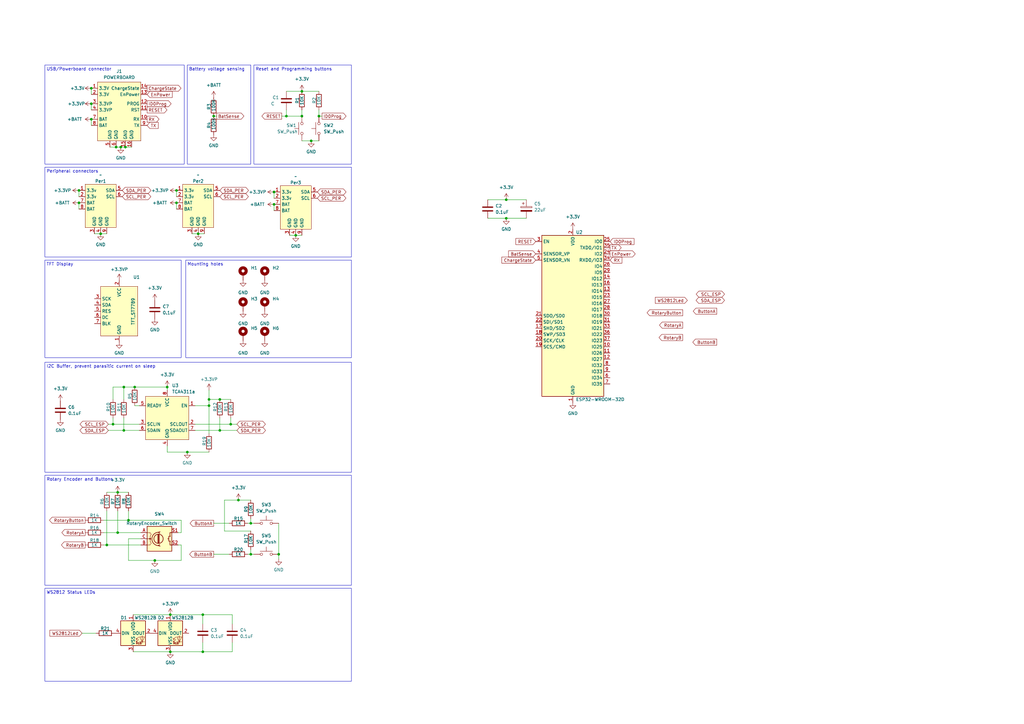
<source format=kicad_sch>
(kicad_sch (version 20230121) (generator eeschema)
  (paper "A3")
  (lib_symbols
    (symbol "Connectors:Peripheral"
      (property "Reference" "Per" (at 0 1.27 0))
      (symbol "Peripheral_1_1"
        (rectangle (start -6.35 0) (end 6.35 -17.78) (fill (type background)))
        (pin power_in line (at -8.89 -2.54 0) (length 2.54) (name "3.3v") (number "1"))
        (pin power_in line (at -8.89 -5.08 0) (length 2.54) (name "3.3v") (number "2"))
        (pin power_in line (at -2.54 -20.32 90) (length 2.54) (name "GND") (number "3"))
        (pin power_in line (at 0 -20.32 90) (length 2.54) (name "GND") (number "4"))
        (pin bidirectional line (at 8.89 -2.54 180) (length 2.54) (name "SDA") (number "5"))
        (pin bidirectional line (at 8.89 -5.08 180) (length 2.54) (name "SCL") (number "6"))
        (pin power_in line (at -8.89 -7.62 0) (length 2.54) (name "BAT") (number "7"))
        (pin power_in line (at -8.89 -10.16 0) (length 2.54) (name "BAT") (number "8"))
        (pin power_in line (at 2.54 -20.32 90) (length 2.54) (name "GND") (number "9"))
      )
    )
    (symbol "Connectors:PowerBoard"
      (property "Reference" "J" (at 0 17.78 0))
      (property "Value" "POWERBOARD" (at 0 3.81 90))
      (symbol "PowerBoard_1_1"
        (rectangle (start -8.89 16.51) (end 8.89 -7.62) (fill (type background)))
        (pin power_out line (at -11.43 13.97 0) (length 2.54) (name "3.3V") (number "1"))
        (pin input line (at 11.43 1.27 180) (length 2.54) (name "RX") (number "10"))
        (pin output line (at 11.43 5.08 180) (length 2.54) (name "RST") (number "11"))
        (pin output line (at 11.43 7.62 180) (length 2.54) (name "PROG") (number "12"))
        (pin input line (at 11.43 11.43 180) (length 2.54) (name "EnPower") (number "13"))
        (pin output line (at 11.43 13.97 180) (length 2.54) (name "ChargeState") (number "14"))
        (pin power_out line (at 2.54 -10.16 90) (length 2.54) (name "GND") (number "15"))
        (pin power_out line (at 5.08 -10.16 90) (length 2.54) (name "GND") (number "16"))
        (pin power_out line (at -11.43 11.43 0) (length 2.54) (name "3.3V") (number "2"))
        (pin power_out line (at -11.43 7.62 0) (length 2.54) (name "3.3VP") (number "3"))
        (pin power_out line (at -11.43 5.08 0) (length 2.54) (name "3.3VP") (number "4"))
        (pin power_out line (at -3.81 -10.16 90) (length 2.54) (name "GND") (number "5"))
        (pin power_out line (at -1.27 -10.16 90) (length 2.54) (name "GND") (number "6"))
        (pin power_out line (at -11.43 1.27 0) (length 2.54) (name "BAT") (number "7"))
        (pin power_out line (at -11.43 -1.27 0) (length 2.54) (name "BAT") (number "8"))
        (pin output line (at 11.43 -1.27 180) (length 2.54) (name "TX") (number "9"))
      )
    )
    (symbol "Device:C" (pin_numbers hide) (pin_names (offset 0.254))
      (property "Reference" "C" (at 0.635 2.54 0))
      (property "Value" "C" (at 0.635 -2.54 0))
      (symbol "C_0_1"
        (polyline (pts (xy -2.032 -0.762) (xy 2.032 -0.762)) (stroke (width 0.508)))
        (polyline (pts (xy -2.032 0.762) (xy 2.032 0.762)) (stroke (width 0.508)))
      )
      (symbol "C_1_1"
        (pin passive line (at 0 3.81 270) (length 2.794) (name "~") (number "1"))
        (pin passive line (at 0 -3.81 90) (length 2.794) (name "~") (number "2"))
      )
    )
    (symbol "Device:C_Polarized" (pin_numbers hide) (pin_names (offset 0.254))
      (property "Reference" "C" (at 0.635 2.54 0))
      (property "Value" "C_Polarized" (at 0.635 -2.54 0))
      (symbol "C_Polarized_0_1"
        (rectangle (start -2.286 0.508) (end 2.286 1.016))
        (polyline (pts (xy -1.778 2.286) (xy -0.762 2.286)))
        (polyline (pts (xy -1.27 2.794) (xy -1.27 1.778)))
        (rectangle (start 2.286 -0.508) (end -2.286 -1.016) (fill (type outline)))
      )
      (symbol "C_Polarized_1_1"
        (pin passive line (at 0 3.81 270) (length 2.794) (name "~") (number "1"))
        (pin passive line (at 0 -3.81 90) (length 2.794) (name "~") (number "2"))
      )
    )
    (symbol "Device:R" (pin_numbers hide) (pin_names (offset 0))
      (property "Reference" "R" (at 2.032 0 90))
      (property "Value" "R" (at 0 0 90))
      (symbol "R_0_1"
        (rectangle (start -1.016 -2.54) (end 1.016 2.54) (stroke (width 0.254)))
      )
      (symbol "R_1_1"
        (pin passive line (at 0 3.81 270) (length 1.27) (name "~") (number "1"))
        (pin passive line (at 0 -3.81 90) (length 1.27) (name "~") (number "2"))
      )
    )
    (symbol "Device:RotaryEncoder_Switch" (pin_names (offset 0.254) hide)
      (property "Reference" "SW" (at 0 6.604 0))
      (property "Value" "RotaryEncoder_Switch" (at 0 -6.604 0))
      (symbol "RotaryEncoder_Switch_0_1"
        (rectangle (start -5.08 5.08) (end 5.08 -5.08) (stroke (width 0.254)) (fill (type background)))
        (circle (center -3.81 0) (radius 0.254) (fill (type outline)))
        (circle (center -0.381 0) (radius 1.905) (stroke (width 0.254)))
        (arc (start -0.381 2.667) (mid -3.0988 -0.0635) (end -0.381 -2.794) (stroke (width 0.254)))
        (polyline (pts (xy -0.635 -1.778) (xy -0.635 1.778)) (stroke (width 0.254)))
        (polyline (pts (xy -0.381 -1.778) (xy -0.381 1.778)) (stroke (width 0.254)))
        (polyline (pts (xy -0.127 1.778) (xy -0.127 -1.778)) (stroke (width 0.254)))
        (polyline (pts (xy 3.81 0) (xy 3.429 0)) (stroke (width 0.254)))
        (polyline (pts (xy 3.81 1.016) (xy 3.81 -1.016)) (stroke (width 0.254)))
        (polyline (pts (xy -5.08 -2.54) (xy -3.81 -2.54) (xy -3.81 -2.032)))
        (polyline (pts (xy -5.08 2.54) (xy -3.81 2.54) (xy -3.81 2.032)))
        (polyline (pts (xy 0.254 -3.048) (xy -0.508 -2.794) (xy 0.127 -2.413)) (stroke (width 0.254)))
        (polyline (pts (xy 0.254 2.921) (xy -0.508 2.667) (xy 0.127 2.286)) (stroke (width 0.254)))
        (polyline (pts (xy 5.08 -2.54) (xy 4.318 -2.54) (xy 4.318 -1.016)) (stroke (width 0.254)))
        (polyline (pts (xy 5.08 2.54) (xy 4.318 2.54) (xy 4.318 1.016)) (stroke (width 0.254)))
        (polyline (pts (xy -5.08 0) (xy -3.81 0) (xy -3.81 -1.016) (xy -3.302 -2.032)))
        (polyline (pts (xy -4.318 0) (xy -3.81 0) (xy -3.81 1.016) (xy -3.302 2.032)))
        (circle (center 4.318 -1.016) (radius 0.127) (stroke (width 0.254)))
        (circle (center 4.318 1.016) (radius 0.127) (stroke (width 0.254)))
      )
      (symbol "RotaryEncoder_Switch_1_1"
        (pin passive line (at -7.62 2.54 0) (length 2.54) (name "A") (number "A"))
        (pin passive line (at -7.62 -2.54 0) (length 2.54) (name "B") (number "B"))
        (pin passive line (at -7.62 0 0) (length 2.54) (name "C") (number "C"))
        (pin passive line (at 7.62 2.54 180) (length 2.54) (name "S1") (number "S1"))
        (pin passive line (at 7.62 -2.54 180) (length 2.54) (name "S2") (number "S2"))
      )
    )
    (symbol "Displays:TFT_ST7789"
      (property "Reference" "U" (at 5.08 1.27 0))
      (property "Value" "TFT_ST7789" (at 6.35 -10.16 90))
      (symbol "TFT_ST7789_1_1"
        (rectangle (start -7.62 0) (end 7.62 -20.32) (fill (type background)))
        (pin power_in line (at 0 -22.86 90) (length 2.54) (name "GND") (number "1"))
        (pin power_in line (at 0 2.54 270) (length 2.54) (name "VCC") (number "2"))
        (pin input line (at -10.16 -5.08 0) (length 2.54) (name "SCK") (number "3"))
        (pin input line (at -10.16 -7.62 0) (length 2.54) (name "SDA") (number "4"))
        (pin input line (at -10.16 -10.16 0) (length 2.54) (name "RES") (number "5"))
        (pin input line (at -10.16 -12.7 0) (length 2.54) (name "DC") (number "6"))
        (pin input line (at -10.16 -15.24 0) (length 2.54) (name "BLK") (number "7"))
      )
    )
    (symbol "ICs:TCA4311a"
      (property "Reference" "U" (at 7.62 1.27 0))
      (property "Value" "TCA4311a" (at 5.08 -19.05 0))
      (symbol "TCA4311a_1_1"
        (rectangle (start -8.89 0) (end 8.89 -17.78) (fill (type background)))
        (pin input line (at 11.43 -3.81 180) (length 2.54) (name "EN") (number "1"))
        (pin output line (at 11.43 -11.43 180) (length 2.54) (name "SCLOUT") (number "2"))
        (pin input line (at -11.43 -11.43 0) (length 2.54) (name "SCLIN") (number "3"))
        (pin power_in line (at 0 -20.32 90) (length 2.54) (name "GND") (number "4"))
        (pin output line (at -11.43 -3.81 0) (length 2.54) (name "READY") (number "5"))
        (pin input line (at -11.43 -13.97 0) (length 2.54) (name "SDAIN") (number "6"))
        (pin output line (at 11.43 -13.97 180) (length 2.54) (name "SDAOUT") (number "7"))
        (pin power_in line (at 0 2.54 270) (length 2.54) (name "VCC") (number "8"))
      )
    )
    (symbol "LED:WS2812B" (pin_names (offset 0.254))
      (property "Reference" "D" (at 5.08 5.715 0))
      (property "Value" "WS2812B" (at 1.27 -5.715 0))
      (symbol "WS2812B_0_0"
        (text "RGB" (at 2.286 -4.191 0) (effects (font (size 0.762 0.762))))
      )
      (symbol "WS2812B_0_1"
        (polyline (pts (xy 1.27 -3.556) (xy 1.778 -3.556)))
        (polyline (pts (xy 1.27 -2.54) (xy 1.778 -2.54)))
        (polyline (pts (xy 4.699 -3.556) (xy 2.667 -3.556)))
        (polyline (pts (xy 2.286 -2.54) (xy 1.27 -3.556) (xy 1.27 -3.048)))
        (polyline (pts (xy 2.286 -1.524) (xy 1.27 -2.54) (xy 1.27 -2.032)))
        (polyline (pts (xy 3.683 -1.016) (xy 3.683 -3.556) (xy 3.683 -4.064)))
        (polyline (pts (xy 4.699 -1.524) (xy 2.667 -1.524) (xy 3.683 -3.556) (xy 4.699 -1.524)))
        (rectangle (start 5.08 5.08) (end -5.08 -5.08) (stroke (width 0.254)) (fill (type background)))
      )
      (symbol "WS2812B_1_1"
        (pin power_in line (at 0 7.62 270) (length 2.54) (name "VDD") (number "1"))
        (pin output line (at 7.62 0 180) (length 2.54) (name "DOUT") (number "2"))
        (pin power_in line (at 0 -7.62 90) (length 2.54) (name "VSS") (number "3"))
        (pin input line (at -7.62 0 0) (length 2.54) (name "DIN") (number "4"))
      )
    )
    (symbol "Mechanical:MountingHole_Pad" (pin_numbers hide) (pin_names (offset 1.016) hide)
      (property "Reference" "H" (at 0 6.35 0))
      (property "Value" "MountingHole_Pad" (at 0 4.445 0))
      (symbol "MountingHole_Pad_0_1"
        (circle (center 0 1.27) (radius 1.27) (stroke (width 1.27)))
      )
      (symbol "MountingHole_Pad_1_1"
        (pin input line (at 0 -2.54 90) (length 2.54) (name "1") (number "1"))
      )
    )
    (symbol "RF_Module:ESP32-WROOM-32D"
      (property "Reference" "U" (at -12.7 34.29 0))
      (property "Value" "ESP32-WROOM-32D" (at 1.27 34.29 0))
      (symbol "ESP32-WROOM-32D_0_1"
        (rectangle (start -12.7 33.02) (end 12.7 -33.02) (stroke (width 0.254)) (fill (type background)))
      )
      (symbol "ESP32-WROOM-32D_1_1"
        (pin power_in line (at 0 -35.56 90) (length 2.54) (name "GND") (number "1"))
        (pin bidirectional line (at 15.24 -12.7 180) (length 2.54) (name "IO25") (number "10"))
        (pin bidirectional line (at 15.24 -15.24 180) (length 2.54) (name "IO26") (number "11"))
        (pin bidirectional line (at 15.24 -17.78 180) (length 2.54) (name "IO27") (number "12"))
        (pin bidirectional line (at 15.24 10.16 180) (length 2.54) (name "IO14") (number "13"))
        (pin bidirectional line (at 15.24 15.24 180) (length 2.54) (name "IO12") (number "14"))
        (pin passive line (at 0 -35.56 90) (length 2.54) hide (name "GND") (number "15"))
        (pin bidirectional line (at 15.24 12.7 180) (length 2.54) (name "IO13") (number "16"))
        (pin bidirectional line (at -15.24 -5.08 0) (length 2.54) (name "SHD/SD2") (number "17"))
        (pin bidirectional line (at -15.24 -7.62 0) (length 2.54) (name "SWP/SD3") (number "18"))
        (pin bidirectional line (at -15.24 -12.7 0) (length 2.54) (name "SCS/CMD") (number "19"))
        (pin power_in line (at 0 35.56 270) (length 2.54) (name "VDD") (number "2"))
        (pin bidirectional line (at -15.24 -10.16 0) (length 2.54) (name "SCK/CLK") (number "20"))
        (pin bidirectional line (at -15.24 0 0) (length 2.54) (name "SDO/SD0") (number "21"))
        (pin bidirectional line (at -15.24 -2.54 0) (length 2.54) (name "SDI/SD1") (number "22"))
        (pin bidirectional line (at 15.24 7.62 180) (length 2.54) (name "IO15") (number "23"))
        (pin bidirectional line (at 15.24 25.4 180) (length 2.54) (name "IO2") (number "24"))
        (pin bidirectional line (at 15.24 30.48 180) (length 2.54) (name "IO0") (number "25"))
        (pin bidirectional line (at 15.24 20.32 180) (length 2.54) (name "IO4") (number "26"))
        (pin bidirectional line (at 15.24 5.08 180) (length 2.54) (name "IO16") (number "27"))
        (pin bidirectional line (at 15.24 2.54 180) (length 2.54) (name "IO17") (number "28"))
        (pin bidirectional line (at 15.24 17.78 180) (length 2.54) (name "IO5") (number "29"))
        (pin input line (at -15.24 30.48 0) (length 2.54) (name "EN") (number "3"))
        (pin bidirectional line (at 15.24 0 180) (length 2.54) (name "IO18") (number "30"))
        (pin bidirectional line (at 15.24 -2.54 180) (length 2.54) (name "IO19") (number "31"))
        (pin no_connect line (at -12.7 -27.94 0) (length 2.54) hide (name "NC") (number "32"))
        (pin bidirectional line (at 15.24 -5.08 180) (length 2.54) (name "IO21") (number "33"))
        (pin bidirectional line (at 15.24 22.86 180) (length 2.54) (name "RXD0/IO3") (number "34"))
        (pin bidirectional line (at 15.24 27.94 180) (length 2.54) (name "TXD0/IO1") (number "35"))
        (pin bidirectional line (at 15.24 -7.62 180) (length 2.54) (name "IO22") (number "36"))
        (pin bidirectional line (at 15.24 -10.16 180) (length 2.54) (name "IO23") (number "37"))
        (pin passive line (at 0 -35.56 90) (length 2.54) hide (name "GND") (number "38"))
        (pin passive line (at 0 -35.56 90) (length 2.54) hide (name "GND") (number "39"))
        (pin input line (at -15.24 25.4 0) (length 2.54) (name "SENSOR_VP") (number "4"))
        (pin input line (at -15.24 22.86 0) (length 2.54) (name "SENSOR_VN") (number "5"))
        (pin input line (at 15.24 -25.4 180) (length 2.54) (name "IO34") (number "6"))
        (pin input line (at 15.24 -27.94 180) (length 2.54) (name "IO35") (number "7"))
        (pin bidirectional line (at 15.24 -20.32 180) (length 2.54) (name "IO32") (number "8"))
        (pin bidirectional line (at 15.24 -22.86 180) (length 2.54) (name "IO33") (number "9"))
      )
    )
    (symbol "Switch:SW_Push" (pin_numbers hide) (pin_names (offset 1.016) hide)
      (property "Reference" "SW" (at 1.27 2.54 0))
      (property "Value" "SW_Push" (at 0 -1.524 0))
      (symbol "SW_Push_0_1"
        (circle (center -2.032 0) (radius 0.508))
        (polyline (pts (xy 0 1.27) (xy 0 3.048)))
        (polyline (pts (xy 2.54 1.27) (xy -2.54 1.27)))
        (circle (center 2.032 0) (radius 0.508))
        (pin passive line (at -5.08 0 0) (length 2.54) (name "1") (number "1"))
        (pin passive line (at 5.08 0 180) (length 2.54) (name "2") (number "2"))
      )
    )
    (symbol "power:+3.3V" (power) (pin_names (offset 0))
      (property "Value" "+3.3V" (at 0 3.556 0))
      (symbol "+3.3V_0_1"
        (polyline (pts (xy -0.762 1.27) (xy 0 2.54)))
        (polyline (pts (xy 0 0) (xy 0 2.54)))
        (polyline (pts (xy 0 2.54) (xy 0.762 1.27)))
      )
      (symbol "+3.3V_1_1"
        (pin power_in line (at 0 0 90) (length 0) hide (name "+3.3V") (number "1"))
      )
    )
    (symbol "power:+3.3VP" (power) (pin_names (offset 0))
      (property "Value" "+3.3VP" (at 0 2.54 0))
      (symbol "+3.3VP_0_0"
        (pin power_in line (at 0 0 90) (length 0) hide (name "+3.3VP") (number "1"))
      )
      (symbol "+3.3VP_0_1"
        (polyline (pts (xy -0.762 1.27) (xy 0 2.54)))
        (polyline (pts (xy 0 0) (xy 0 2.54)))
        (polyline (pts (xy 0 2.54) (xy 0.762 1.27)))
      )
    )
    (symbol "power:+BATT" (power) (pin_names (offset 0))
      (property "Value" "+BATT" (at 0 3.556 0))
      (symbol "+BATT_0_1"
        (polyline (pts (xy -0.762 1.27) (xy 0 2.54)))
        (polyline (pts (xy 0 0) (xy 0 2.54)))
        (polyline (pts (xy 0 2.54) (xy 0.762 1.27)))
      )
      (symbol "+BATT_1_1"
        (pin power_in line (at 0 0 90) (length 0) hide (name "+BATT") (number "1"))
      )
    )
    (symbol "power:GND" (power) (pin_names (offset 0))
      (property "Value" "GND" (at 0 -3.81 0))
      (symbol "GND_0_1"
        (polyline (pts (xy 0 0) (xy 0 -1.27) (xy 1.27 -1.27) (xy 0 -2.54) (xy -1.27 -1.27) (xy 0 -1.27)))
      )
      (symbol "GND_1_1"
        (pin power_in line (at 0 0 270) (length 0) hide (name "GND") (number "1"))
      )
    )
  )
  (junction (at 32.385 83.185))
  (junction (at 123.825 47.625))
  (junction (at 90.17 163.83))
  (junction (at 47.625 60.325))
  (junction (at 41.275 95.885))
  (junction (at 55.245 158.75))
  (junction (at 49.53 60.325))
  (junction (at 81.28 95.885))
  (junction (at 68.58 158.75))
  (junction (at 69.85 267.335))
  (junction (at 32.385 78.105))
  (junction (at 207.645 81.915))
  (junction (at 37.465 36.195))
  (junction (at 51.435 60.325))
  (junction (at 50.8 176.53))
  (junction (at 63.5 229.87))
  (junction (at 102.87 227.33))
  (junction (at 37.465 48.895))
  (junction (at 48.26 218.44))
  (junction (at 102.87 214.63))
  (junction (at 87.63 47.625))
  (junction (at 72.39 78.105))
  (junction (at 121.285 96.52))
  (junction (at 117.475 47.625))
  (junction (at 52.705 213.36))
  (junction (at 112.395 83.82))
  (junction (at 48.26 201.93))
  (junction (at 94.615 173.99))
  (junction (at 123.825 37.465))
  (junction (at 127.635 57.785))
  (junction (at 83.185 252.095))
  (junction (at 83.185 267.335))
  (junction (at 46.355 173.99))
  (junction (at 50.8 158.75))
  (junction (at 112.395 78.74))
  (junction (at 76.835 185.42))
  (junction (at 97.79 205.105))
  (junction (at 114.3 227.33))
  (junction (at 37.465 42.545))
  (junction (at 69.85 252.095))
  (junction (at 207.645 89.535))
  (junction (at 130.81 47.625))
  (junction (at 43.815 223.52))
  (junction (at 85.725 163.83))
  (junction (at 90.17 176.53))
  (junction (at 72.39 83.185))
  (junction (at 85.725 166.37))
  (wire (pts (xy 83.185 263.525) (xy 83.185 267.335)))
  (wire (pts (xy 97.79 205.105) (xy 102.87 205.105)))
  (wire (pts (xy 42.545 213.36) (xy 52.705 213.36)))
  (wire (pts (xy 85.725 185.42) (xy 76.835 185.42)))
  (wire (pts (xy 42.545 223.52) (xy 43.815 223.52)))
  (wire (pts (xy 90.17 163.83) (xy 94.615 163.83)))
  (wire (pts (xy 45.085 60.325) (xy 47.625 60.325)))
  (wire (pts (xy 37.465 36.195) (xy 37.465 38.735)))
  (wire (pts (xy 46.355 171.45) (xy 46.355 173.99)))
  (wire (pts (xy 38.735 95.885) (xy 41.275 95.885)))
  (wire (pts (xy 132.08 47.625) (xy 130.81 47.625)))
  (wire (pts (xy 87.63 47.625) (xy 88.9 47.625)))
  (wire (pts (xy 33.655 259.715) (xy 39.37 259.715)))
  (wire (pts (xy 112.395 83.82) (xy 112.395 86.36)))
  (wire (pts (xy 90.17 176.53) (xy 97.155 176.53)))
  (wire (pts (xy 80.01 166.37) (xy 85.725 166.37)))
  (wire (pts (xy 68.58 185.42) (xy 68.58 182.88)))
  (wire (pts (xy 101.6 227.33) (xy 102.87 227.33)))
  (wire (pts (xy 114.3 214.63) (xy 114.3 227.33)))
  (wire (pts (xy 85.725 163.83) (xy 85.725 160.02)))
  (wire (pts (xy 74.295 213.36) (xy 74.295 218.44)))
  (wire (pts (xy 102.87 225.425) (xy 102.87 227.33)))
  (wire (pts (xy 83.185 252.095) (xy 83.185 255.905)))
  (wire (pts (xy 85.725 166.37) (xy 85.725 177.8)))
  (wire (pts (xy 94.615 171.45) (xy 94.615 173.99)))
  (wire (pts (xy 78.74 95.885) (xy 81.28 95.885)))
  (wire (pts (xy 92.075 205.105) (xy 97.79 205.105)))
  (wire (pts (xy 102.87 227.33) (xy 104.14 227.33)))
  (wire (pts (xy 112.395 78.74) (xy 112.395 81.28)))
  (wire (pts (xy 48.26 201.93) (xy 52.705 201.93)))
  (wire (pts (xy 37.465 42.545) (xy 37.465 45.085)))
  (wire (pts (xy 42.545 218.44) (xy 48.26 218.44)))
  (wire (pts (xy 102.87 212.725) (xy 102.87 214.63)))
  (wire (pts (xy 32.385 83.185) (xy 32.385 85.725)))
  (wire (pts (xy 43.815 201.93) (xy 48.26 201.93)))
  (wire (pts (xy 32.385 78.105) (xy 32.385 80.645)))
  (wire (pts (xy 68.58 158.75) (xy 68.58 160.02)))
  (wire (pts (xy 76.835 185.42) (xy 68.58 185.42)))
  (wire (pts (xy 37.465 48.895) (xy 37.465 51.435)))
  (wire (pts (xy 49.53 60.325) (xy 51.435 60.325)))
  (wire (pts (xy 95.25 255.905) (xy 95.25 252.095)))
  (wire (pts (xy 48.26 218.44) (xy 57.785 218.44)))
  (wire (pts (xy 41.275 95.885) (xy 43.815 95.885)))
  (wire (pts (xy 130.81 47.625) (xy 130.81 45.085)))
  (wire (pts (xy 115.57 47.625) (xy 117.475 47.625)))
  (wire (pts (xy 74.295 223.52) (xy 73.025 223.52)))
  (wire (pts (xy 87.63 227.33) (xy 93.98 227.33)))
  (wire (pts (xy 55.245 158.75) (xy 68.58 158.75)))
  (wire (pts (xy 55.245 166.37) (xy 57.15 166.37)))
  (wire (pts (xy 52.705 229.87) (xy 63.5 229.87)))
  (wire (pts (xy 102.87 214.63) (xy 104.14 214.63)))
  (wire (pts (xy 117.475 37.465) (xy 123.825 37.465)))
  (wire (pts (xy 74.295 229.87) (xy 74.295 223.52)))
  (wire (pts (xy 44.45 173.99) (xy 46.355 173.99)))
  (wire (pts (xy 44.45 176.53) (xy 50.8 176.53)))
  (wire (pts (xy 48.26 209.55) (xy 48.26 218.44)))
  (wire (pts (xy 95.25 252.095) (xy 83.185 252.095)))
  (wire (pts (xy 50.8 176.53) (xy 57.15 176.53)))
  (wire (pts (xy 81.28 95.885) (xy 83.82 95.885)))
  (wire (pts (xy 69.85 252.095) (xy 83.185 252.095)))
  (wire (pts (xy 85.725 163.83) (xy 90.17 163.83)))
  (wire (pts (xy 123.825 37.465) (xy 130.81 37.465)))
  (wire (pts (xy 52.705 213.36) (xy 74.295 213.36)))
  (wire (pts (xy 83.185 267.335) (xy 95.25 267.335)))
  (wire (pts (xy 95.25 267.335) (xy 95.25 263.525)))
  (wire (pts (xy 72.39 78.105) (xy 72.39 80.645)))
  (wire (pts (xy 123.825 47.625) (xy 123.825 45.085)))
  (wire (pts (xy 46.355 158.75) (xy 46.355 163.83)))
  (wire (pts (xy 80.01 176.53) (xy 90.17 176.53)))
  (wire (pts (xy 101.6 214.63) (xy 102.87 214.63)))
  (wire (pts (xy 55.245 158.75) (xy 50.8 158.75)))
  (wire (pts (xy 46.355 173.99) (xy 57.15 173.99)))
  (wire (pts (xy 52.705 220.98) (xy 52.705 229.87)))
  (wire (pts (xy 57.785 220.98) (xy 52.705 220.98)))
  (wire (pts (xy 50.8 171.45) (xy 50.8 176.53)))
  (wire (pts (xy 87.63 214.63) (xy 93.98 214.63)))
  (wire (pts (xy 207.645 81.915) (xy 215.9 81.915)))
  (wire (pts (xy 114.3 227.33) (xy 114.3 229.235)))
  (wire (pts (xy 117.475 47.625) (xy 123.825 47.625)))
  (wire (pts (xy 117.475 45.085) (xy 117.475 47.625)))
  (wire (pts (xy 50.8 158.75) (xy 46.355 158.75)))
  (wire (pts (xy 73.025 218.44) (xy 74.295 218.44)))
  (wire (pts (xy 92.075 217.805) (xy 92.075 205.105)))
  (wire (pts (xy 80.01 173.99) (xy 94.615 173.99)))
  (wire (pts (xy 50.8 158.75) (xy 50.8 163.83)))
  (wire (pts (xy 72.39 83.185) (xy 72.39 85.725)))
  (wire (pts (xy 102.87 217.805) (xy 92.075 217.805)))
  (wire (pts (xy 47.625 60.325) (xy 49.53 60.325)))
  (wire (pts (xy 51.435 60.325) (xy 53.975 60.325)))
  (wire (pts (xy 43.815 223.52) (xy 57.785 223.52)))
  (wire (pts (xy 200.025 89.535) (xy 207.645 89.535)))
  (wire (pts (xy 94.615 173.99) (xy 97.155 173.99)))
  (wire (pts (xy 118.745 96.52) (xy 121.285 96.52)))
  (wire (pts (xy 90.17 171.45) (xy 90.17 176.53)))
  (wire (pts (xy 43.815 209.55) (xy 43.815 223.52)))
  (wire (pts (xy 63.5 229.87) (xy 74.295 229.87)))
  (wire (pts (xy 207.645 89.535) (xy 215.9 89.535)))
  (wire (pts (xy 85.725 166.37) (xy 85.725 163.83)))
  (wire (pts (xy 52.705 209.55) (xy 52.705 213.36)))
  (wire (pts (xy 121.285 96.52) (xy 123.825 96.52)))
  (wire (pts (xy 69.85 267.335) (xy 54.61 267.335)))
  (wire (pts (xy 200.025 81.915) (xy 207.645 81.915)))
  (wire (pts (xy 69.85 267.335) (xy 83.185 267.335)))
  (wire (pts (xy 123.825 57.785) (xy 127.635 57.785)))
  (wire (pts (xy 127.635 57.785) (xy 130.81 57.785)))
  (wire (pts (xy 54.61 252.095) (xy 69.85 252.095)))
  (rectangle (start 76.2 106.68) (end 144.145 146.685))
  (rectangle (start 18.415 106.68) (end 74.295 146.685))
  (rectangle (start 76.835 26.67) (end 102.87 67.31))
  (rectangle (start 18.415 194.945) (end 144.145 240.03))
  (rectangle (start 18.415 26.67) (end 75.565 67.31))
  (rectangle (start 18.415 148.59) (end 144.145 193.675))
  (rectangle (start 18.415 68.58) (end 144.145 105.41))
  (rectangle (start 104.14 26.67) (end 144.145 67.31))
  (rectangle (start 18.415 241.3) (end 144.145 279.4))
  (text "Mounting holes" (at 76.835 109.22 0) (effects (font (size 1.27 1.27)) (justify left bottom)))
  (text "Peripheral connectors" (at 19.05 71.12 0) (effects (font (size 1.27 1.27)) (justify left bottom)))
  (text "Reset and Programming buttons" (at 104.775 29.21 0) (effects (font (size 1.27 1.27)) (justify left bottom)))
  (text "WS2812 Status LEDs" (at 19.05 243.84 0) (effects (font (size 1.27 1.27)) (justify left bottom)))
  (text "TFT Display" (at 19.05 109.22 0) (effects (font (size 1.27 1.27)) (justify left bottom)))
  (text "I2C Buffer, prevent parasitic current on sleep" (at 19.05 151.13 0) (effects (font (size 1.27 1.27)) (justify left bottom)))
  (text "USB/Powerboard connector" (at 19.05 29.21 0) (effects (font (size 1.27 1.27)) (justify left bottom)))
  (text "Rotary Encoder and Buttons" (at 19.05 197.485 0) (effects (font (size 1.27 1.27)) (justify left bottom)))
  (text "Battery voltage sensing" (at 77.47 29.21 0) (effects (font (size 1.27 1.27)) (justify left bottom)))
  (global_label "RotaryA" (shape output) (at 280.035 133.35 180) (property "Intersheetrefs" "${INTERSHEET_REFS}" (effects hide)))
  (global_label "RotaryB" (shape output) (at 280.035 138.43 180) (property "Intersheetrefs" "${INTERSHEET_REFS}" (effects hide)))
  (global_label "SDA_ESP" (shape bidirectional) (at 44.45 176.53 180) (property "Intersheetrefs" "${INTERSHEET_REFS}" (effects hide)))
  (global_label "SCL_ESP" (shape bidirectional) (at 44.45 173.99 180) (property "Intersheetrefs" "${INTERSHEET_REFS}" (effects hide)))
  (global_label "RX" (shape input) (at 250.19 106.68 0) (property "Intersheetrefs" "${INTERSHEET_REFS}" (effects hide)))
  (global_label "SDA_PER" (shape bidirectional) (at 97.155 176.53 0) (property "Intersheetrefs" "${INTERSHEET_REFS}" (effects hide)))
  (global_label "RotaryButton" (shape output) (at 34.925 213.36 180) (property "Intersheetrefs" "${INTERSHEET_REFS}" (effects hide)))
  (global_label "EnPower" (shape input) (at 60.325 38.735 0) (property "Intersheetrefs" "${INTERSHEET_REFS}" (effects hide)))
  (global_label "ID0Prog" (shape output) (at 60.325 42.545 0) (property "Intersheetrefs" "${INTERSHEET_REFS}" (effects hide)))
  (global_label "SDA_ESP" (shape bidirectional) (at 297.18 123.19 180) (property "Intersheetrefs" "${INTERSHEET_REFS}" (effects hide)))
  (global_label "SDA_PER" (shape bidirectional) (at 130.175 78.74 0) (property "Intersheetrefs" "${INTERSHEET_REFS}" (effects hide)))
  (global_label "RESET" (shape output) (at 115.57 47.625 180) (property "Intersheetrefs" "${INTERSHEET_REFS}" (effects hide)))
  (global_label "BatSense" (shape input) (at 219.71 104.14 180) (property "Intersheetrefs" "${INTERSHEET_REFS}" (effects hide)))
  (global_label "RESET" (shape output) (at 60.325 45.085 0) (property "Intersheetrefs" "${INTERSHEET_REFS}" (effects hide)))
  (global_label "RotaryButton" (shape output) (at 280.035 128.27 180) (property "Intersheetrefs" "${INTERSHEET_REFS}" (effects hide)))
  (global_label "RX" (shape output) (at 60.325 48.895 0) (property "Intersheetrefs" "${INTERSHEET_REFS}" (effects hide)))
  (global_label "WS2812Led" (shape input) (at 281.94 123.19 180) (property "Intersheetrefs" "${INTERSHEET_REFS}" (effects hide)))
  (global_label "ID0Prog" (shape output) (at 132.08 47.625 0) (property "Intersheetrefs" "${INTERSHEET_REFS}" (effects hide)))
  (global_label "RESET" (shape input) (at 219.71 99.06 180) (property "Intersheetrefs" "${INTERSHEET_REFS}" (effects hide)))
  (global_label "ButtonB" (shape output) (at 294.005 140.335 180) (property "Intersheetrefs" "${INTERSHEET_REFS}" (effects hide)))
  (global_label "SDA_PER" (shape bidirectional) (at 90.17 78.105 0) (property "Intersheetrefs" "${INTERSHEET_REFS}" (effects hide)))
  (global_label "TX" (shape input) (at 60.325 51.435 0) (property "Intersheetrefs" "${INTERSHEET_REFS}" (effects hide)))
  (global_label "SCL_ESP" (shape bidirectional) (at 297.18 120.65 180) (property "Intersheetrefs" "${INTERSHEET_REFS}" (effects hide)))
  (global_label "ButtonA" (shape output) (at 294.005 127.635 180) (property "Intersheetrefs" "${INTERSHEET_REFS}" (effects hide)))
  (global_label "EnPower" (shape output) (at 250.19 104.14 0) (property "Intersheetrefs" "${INTERSHEET_REFS}" (effects hide)))
  (global_label "SCL_PER" (shape bidirectional) (at 130.175 81.28 0) (property "Intersheetrefs" "${INTERSHEET_REFS}" (effects hide)))
  (global_label "SCL_PER" (shape bidirectional) (at 97.155 173.99 0) (property "Intersheetrefs" "${INTERSHEET_REFS}" (effects hide)))
  (global_label "ButtonB" (shape output) (at 87.63 227.33 180) (property "Intersheetrefs" "${INTERSHEET_REFS}" (effects hide)))
  (global_label "RotaryB" (shape output) (at 34.925 223.52 180) (property "Intersheetrefs" "${INTERSHEET_REFS}" (effects hide)))
  (global_label "BatSense" (shape output) (at 88.9 47.625 0) (property "Intersheetrefs" "${INTERSHEET_REFS}" (effects hide)))
  (global_label "SCL_PER" (shape bidirectional) (at 50.165 80.645 0) (property "Intersheetrefs" "${INTERSHEET_REFS}" (effects hide)))
  (global_label "RotaryA" (shape output) (at 34.925 218.44 180) (property "Intersheetrefs" "${INTERSHEET_REFS}" (effects hide)))
  (global_label "TX" (shape output) (at 250.19 101.6 0) (property "Intersheetrefs" "${INTERSHEET_REFS}" (effects hide)))
  (global_label "WS2812Led" (shape input) (at 33.655 259.715 180) (property "Intersheetrefs" "${INTERSHEET_REFS}" (effects hide)))
  (global_label "SCL_PER" (shape bidirectional) (at 90.17 80.645 0) (property "Intersheetrefs" "${INTERSHEET_REFS}" (effects hide)))
  (global_label "ButtonA" (shape output) (at 87.63 214.63 180) (property "Intersheetrefs" "${INTERSHEET_REFS}" (effects hide)))
  (global_label "ChargeState" (shape input) (at 219.71 106.68 180) (property "Intersheetrefs" "${INTERSHEET_REFS}" (effects hide)))
  (global_label "ID0Prog" (shape input) (at 250.19 99.06 0) (property "Intersheetrefs" "${INTERSHEET_REFS}" (effects hide)))
  (global_label "ChargeState" (shape output) (at 60.325 36.195 0) (property "Intersheetrefs" "${INTERSHEET_REFS}" (effects hide)))
  (global_label "SDA_PER" (shape bidirectional) (at 50.165 78.105 0) (property "Intersheetrefs" "${INTERSHEET_REFS}" (effects hide)))
  (symbol (lib_id "Connectors:Peripheral") (at 41.275 75.565 0) (unit 1)
    (property "Reference" "Per1" (at 41.275 74.295 0))
    (property "Value" "~" (at 41.275 71.755 0))
    (property "Footprint" "Connectors:PeripheralMaster" (effects hide))
  )
  (symbol (lib_id "power:GND") (at 234.95 165.1 0) (unit 1)
    (property "Reference" "#PWR026" (effects hide))
    (property "Value" "GND" (at 234.95 169.545 0))
  )
  (symbol (lib_id "power:+BATT") (at 87.63 40.005 0) (unit 1)
    (property "Reference" "#PWR019" (effects hide))
    (property "Value" "+BATT" (at 87.63 34.925 0))
  )
  (symbol (lib_id "Switch:SW_Push") (at 130.81 52.705 90) (unit 1)
    (property "Reference" "SW2" (at 132.715 51.435 90) (effects (justify right)))
    (property "Value" "SW_Push" (at 132.715 53.975 90) (effects (justify right)))
    (property "Footprint" "Button_Switch_SMD:SW_SPST_TL3305A" (effects hide))
  )
  (symbol (lib_id "Device:RotaryEncoder_Switch") (at 65.405 220.98 0) (unit 1)
    (property "Reference" "SW4" (at 65.405 210.82 0))
    (property "Value" "RotaryEncoder_Switch" (at 62.23 214.63 0))
    (property "Footprint" "Rotary_Encoder:RotaryEncoder_Alps_EC11E-Switch_Vertical_H20mm" (effects hide))
  )
  (symbol (lib_id "power:+3.3V") (at 234.95 93.98 0) (unit 1)
    (property "Reference" "#PWR010" (effects hide))
    (property "Value" "+3.3V" (at 234.95 88.9 0))
  )
  (symbol (lib_id "power:+BATT") (at 37.465 48.895 90) (unit 1)
    (property "Reference" "#PWR017" (effects hide))
    (property "Value" "+BATT" (at 33.655 48.895 90) (effects (justify left)))
  )
  (symbol (lib_id "Device:R") (at 85.725 181.61 180) (unit 1)
    (property "Reference" "R19" (at 83.82 182.88 90) (effects (justify right)))
    (property "Value" "10K" (at 85.725 183.515 90) (effects (justify right)))
  )
  (symbol (lib_id "power:+3.3VP") (at 72.39 78.105 90) (unit 1)
    (property "Reference" "#PWR02" (effects hide))
    (property "Value" "+3.3VP" (at 69.215 78.105 90) (effects (justify left)))
  )
  (symbol (lib_id "power:+3.3VP") (at 85.725 160.02 0) (unit 1)
    (property "Reference" "#PWR025" (effects hide))
    (property "Value" "+3.3VP" (at 85.725 155.575 0))
  )
  (symbol (lib_id "power:GND") (at 108.585 127.635 0) (unit 1)
    (property "Reference" "#PWR036" (effects hide))
    (property "Value" "GND" (at 108.585 132.715 0))
  )
  (symbol (lib_id "Device:C") (at 24.765 168.275 0) (unit 1)
    (property "Reference" "C6" (at 27.94 167.005 0) (effects (justify left)))
    (property "Value" "0.1uF" (at 27.94 169.545 0) (effects (justify left)))
  )
  (symbol (lib_id "Device:R") (at 43.815 205.74 180) (unit 1)
    (property "Reference" "R6" (at 41.91 207.01 90) (effects (justify right)))
    (property "Value" "10K" (at 43.815 207.645 90) (effects (justify right)))
  )
  (symbol (lib_id "power:+3.3V") (at 24.765 164.465 0) (unit 1)
    (property "Reference" "#PWR039" (effects hide))
    (property "Value" "+3.3V" (at 24.765 159.385 0))
  )
  (symbol (lib_id "power:GND") (at 81.28 95.885 0) (unit 1)
    (property "Reference" "#PWR012" (effects hide))
    (property "Value" "GND" (at 81.28 100.33 0))
  )
  (symbol (lib_id "power:+BATT") (at 32.385 83.185 90) (unit 1)
    (property "Reference" "#PWR06" (effects hide))
    (property "Value" "+BATT" (at 28.575 83.185 90) (effects (justify left)))
  )
  (symbol (lib_id "power:+BATT") (at 112.395 83.82 90) (unit 1)
    (property "Reference" "#PWR08" (effects hide))
    (property "Value" "+BATT" (at 108.585 83.82 90) (effects (justify left)))
  )
  (symbol (lib_id "Device:R") (at 50.8 167.64 180) (unit 1)
    (property "Reference" "R11" (at 48.895 168.91 90) (effects (justify right)))
    (property "Value" "10K" (at 50.8 169.545 90) (effects (justify right)))
  )
  (symbol (lib_id "Device:C") (at 83.185 259.715 0) (unit 1)
    (property "Reference" "C3" (at 86.36 258.445 0) (effects (justify left)))
    (property "Value" "0.1uF" (at 86.36 260.985 0) (effects (justify left)))
  )
  (symbol (lib_id "power:GND") (at 49.53 60.325 0) (unit 1)
    (property "Reference" "#PWR020" (effects hide))
    (property "Value" "GND" (at 49.53 64.77 0))
  )
  (symbol (lib_id "Device:R") (at 94.615 167.64 180) (unit 1)
    (property "Reference" "R13" (at 92.71 168.91 90) (effects (justify right)))
    (property "Value" "10K" (at 94.615 169.545 90) (effects (justify right)))
  )
  (symbol (lib_id "Connectors:Peripheral") (at 81.28 75.565 0) (unit 1)
    (property "Reference" "Per2" (at 81.28 74.295 0))
    (property "Value" "~" (at 81.28 71.755 0))
    (property "Footprint" "Connectors:PeripheralMaster" (effects hide))
  )
  (symbol (lib_id "power:GND") (at 48.895 140.335 0) (unit 1)
    (property "Reference" "#PWR022" (effects hide))
    (property "Value" "GND" (at 48.895 144.78 0))
  )
  (symbol (lib_id "Device:C") (at 117.475 41.275 180) (unit 1)
    (property "Reference" "C1" (at 111.76 40.005 0) (effects (justify right)))
    (property "Value" "C" (at 111.125 42.545 0) (effects (justify right)))
  )
  (symbol (lib_id "power:GND") (at 99.695 139.7 0) (unit 1)
    (property "Reference" "#PWR037" (effects hide))
    (property "Value" "GND" (at 99.695 144.78 0))
  )
  (symbol (lib_id "power:+3.3V") (at 37.465 36.195 90) (unit 1)
    (property "Reference" "#PWR015" (effects hide))
    (property "Value" "+3.3V" (at 31.75 36.195 90))
  )
  (symbol (lib_id "Device:R") (at 55.245 162.56 180) (unit 1)
    (property "Reference" "R5" (at 53.34 163.83 90) (effects (justify right)))
    (property "Value" "10K" (at 55.245 164.465 90) (effects (justify right)))
  )
  (symbol (lib_id "Device:R") (at 87.63 51.435 180) (unit 1)
    (property "Reference" "R4" (at 85.725 52.705 90) (effects (justify right)))
    (property "Value" "100K" (at 87.63 53.34 90) (effects (justify right)))
  )
  (symbol (lib_id "power:+3.3V") (at 97.79 205.105 0) (unit 1)
    (property "Reference" "#PWR027" (effects hide))
    (property "Value" "+3.3V" (at 97.79 200.025 0))
  )
  (symbol (lib_id "Mechanical:MountingHole_Pad") (at 99.695 112.395 0) (unit 1)
    (property "Reference" "H1" (at 102.87 109.855 0) (effects (justify left)))
    (property "Value" "MountingHole_Pad" (effects hide))
    (property "Footprint" "MountingHole:MountingHole_2.2mm_M2_DIN965_Pad" (effects hide))
  )
  (symbol (lib_id "power:GND") (at 99.695 127.635 0) (unit 1)
    (property "Reference" "#PWR035" (effects hide))
    (property "Value" "GND" (at 99.695 132.715 0))
  )
  (symbol (lib_id "power:GND") (at 87.63 55.245 0) (unit 1)
    (property "Reference" "#PWR021" (effects hide))
    (property "Value" "GND" (at 87.63 59.69 0))
  )
  (symbol (lib_id "Device:R") (at 90.17 167.64 180) (unit 1)
    (property "Reference" "R12" (at 88.265 168.91 90) (effects (justify right)))
    (property "Value" "10K" (at 90.17 169.545 90) (effects (justify right)))
  )
  (symbol (lib_id "power:GND") (at 24.765 172.085 0) (unit 1)
    (property "Reference" "#PWR040" (effects hide))
    (property "Value" "GND" (at 24.765 176.53 0))
  )
  (symbol (lib_id "power:GND") (at 121.285 96.52 0) (unit 1)
    (property "Reference" "#PWR013" (effects hide))
    (property "Value" "GND" (at 121.285 100.965 0))
  )
  (symbol (lib_id "Connectors:PowerBoard") (at 48.895 50.165 0) (unit 1)
    (property "Reference" "J1" (at 48.895 29.21 0))
    (property "Value" "POWERBOARD" (at 48.895 31.75 0))
    (property "Footprint" "Connectors:PowerBoardConsumer" (effects hide))
  )
  (symbol (lib_id "Device:C") (at 63.5 127 0) (unit 1)
    (property "Reference" "C7" (at 66.675 125.73 0) (effects (justify left)))
    (property "Value" "0.1uF" (at 66.675 128.27 0) (effects (justify left)))
  )
  (symbol (lib_id "Device:R") (at 43.18 259.715 90) (unit 1)
    (property "Reference" "R21" (at 43.18 257.81 90))
    (property "Value" "1K" (at 43.18 259.715 90))
  )
  (symbol (lib_id "Mechanical:MountingHole_Pad") (at 108.585 137.16 0) (unit 1)
    (property "Reference" "H6" (at 111.76 134.62 0) (effects (justify left)))
    (property "Value" "MountingHole_Pad" (effects hide))
    (property "Footprint" "MountingHole:MountingHole_2.2mm_M2_DIN965_Pad" (effects hide))
  )
  (symbol (lib_id "power:+3.3VP") (at 69.85 252.095 0) (unit 1)
    (property "Reference" "#PWR031" (effects hide))
    (property "Value" "+3.3VP" (at 69.85 247.65 0))
  )
  (symbol (lib_id "power:+BATT") (at 72.39 83.185 90) (unit 1)
    (property "Reference" "#PWR07" (effects hide))
    (property "Value" "+BATT" (at 68.58 83.185 90) (effects (justify left)))
  )
  (symbol (lib_id "power:GND") (at 69.85 267.335 0) (unit 1)
    (property "Reference" "#PWR032" (effects hide))
    (property "Value" "GND" (at 69.85 271.78 0))
  )
  (symbol (lib_id "power:+3.3V") (at 68.58 158.75 0) (unit 1)
    (property "Reference" "#PWR023" (effects hide))
    (property "Value" "+3.3V" (at 68.58 153.67 0))
  )
  (symbol (lib_id "Device:R") (at 38.735 223.52 270) (unit 1)
    (property "Reference" "R18" (at 38.735 221.615 90))
    (property "Value" "1K" (at 38.735 223.52 90))
  )
  (symbol (lib_id "Device:R") (at 48.26 205.74 180) (unit 1)
    (property "Reference" "R7" (at 46.355 207.01 90) (effects (justify right)))
    (property "Value" "10K" (at 48.26 207.645 90) (effects (justify right)))
  )
  (symbol (lib_id "power:GND") (at 63.5 130.81 0) (unit 1)
    (property "Reference" "#PWR042" (effects hide))
    (property "Value" "GND" (at 63.5 135.255 0))
  )
  (symbol (lib_id "ICs:TCA4311a") (at 68.58 162.56 0) (unit 1)
    (property "Reference" "U3" (at 70.5359 158.115 0) (effects (justify left)))
    (property "Value" "TCA4311a" (at 70.5359 160.655 0) (effects (justify left)))
  )
  (symbol (lib_id "power:+3.3V") (at 123.825 37.465 0) (unit 1)
    (property "Reference" "#PWR03" (effects hide))
    (property "Value" "+3.3V" (at 123.825 32.385 0))
  )
  (symbol (lib_id "Mechanical:MountingHole_Pad") (at 99.695 125.095 0) (unit 1)
    (property "Reference" "H3" (at 102.87 122.555 0) (effects (justify left)))
    (property "Value" "MountingHole_Pad" (effects hide))
    (property "Footprint" "MountingHole:MountingHole_2.2mm_M2_DIN965_Pad" (effects hide))
  )
  (symbol (lib_id "Switch:SW_Push") (at 109.22 214.63 0) (unit 1)
    (property "Reference" "SW3" (at 109.22 207.01 0))
    (property "Value" "SW_Push" (at 109.22 209.55 0))
    (property "Footprint" "Button_Switch_THT:SW_PUSH_6mm_H8mm" (effects hide))
  )
  (symbol (lib_id "power:GND") (at 63.5 229.87 0) (unit 1)
    (property "Reference" "#PWR030" (effects hide))
    (property "Value" "GND" (at 63.5 234.315 0))
  )
  (symbol (lib_id "power:GND") (at 76.835 185.42 0) (unit 1)
    (property "Reference" "#PWR028" (effects hide))
    (property "Value" "GND" (at 76.835 189.865 0))
  )
  (symbol (lib_id "Device:C_Polarized") (at 215.9 85.725 0) (unit 1)
    (property "Reference" "C5" (at 219.075 83.566 0) (effects (justify left)))
    (property "Value" "22uF" (at 219.075 86.106 0) (effects (justify left)))
  )
  (symbol (lib_id "power:GND") (at 108.585 114.935 0) (unit 1)
    (property "Reference" "#PWR034" (effects hide))
    (property "Value" "GND" (at 108.585 120.015 0))
  )
  (symbol (lib_id "power:+3.3V") (at 48.26 201.93 0) (unit 1)
    (property "Reference" "#PWR024" (effects hide))
    (property "Value" "+3.3V" (at 48.26 196.85 0))
  )
  (symbol (lib_id "Device:R") (at 52.705 205.74 180) (unit 1)
    (property "Reference" "R8" (at 50.8 207.01 90) (effects (justify right)))
    (property "Value" "10K" (at 52.705 207.645 90) (effects (justify right)))
  )
  (symbol (lib_id "Switch:SW_Push") (at 109.22 227.33 0) (unit 1)
    (property "Reference" "SW5" (at 109.22 219.71 0))
    (property "Value" "SW_Push" (at 109.22 222.25 0))
    (property "Footprint" "Button_Switch_THT:SW_PUSH_6mm_H8mm" (effects hide))
  )
  (symbol (lib_id "power:GND") (at 114.3 229.235 0) (unit 1)
    (property "Reference" "#PWR029" (effects hide))
    (property "Value" "GND" (at 114.3 233.68 0))
  )
  (symbol (lib_id "Device:R") (at 97.79 227.33 270) (unit 1)
    (property "Reference" "R20" (at 97.79 225.425 90))
    (property "Value" "1K" (at 97.79 227.33 90))
  )
  (symbol (lib_id "Displays:TFT_ST7789") (at 48.895 117.475 0) (unit 1)
    (property "Reference" "U1" (at 54.61 113.665 0) (effects (justify left)))
    (property "Value" "TFT_ST7789" (at 54.61 133.35 90) (effects (justify left)))
    (property "Footprint" "Displays:RGB_TFT_1.3" (effects hide))
  )
  (symbol (lib_id "Device:R") (at 38.735 213.36 270) (unit 1)
    (property "Reference" "R14" (at 38.735 211.455 90))
    (property "Value" "1K" (at 38.735 213.36 90))
  )
  (symbol (lib_id "Device:R") (at 102.87 208.915 180) (unit 1)
    (property "Reference" "R9" (at 100.965 210.185 90) (effects (justify right)))
    (property "Value" "10K" (at 102.87 210.82 90) (effects (justify right)))
  )
  (symbol (lib_id "Device:R") (at 38.735 218.44 270) (unit 1)
    (property "Reference" "R16" (at 38.735 216.535 90))
    (property "Value" "1K" (at 38.735 218.44 90))
  )
  (symbol (lib_id "power:GND") (at 108.585 139.7 0) (unit 1)
    (property "Reference" "#PWR038" (effects hide))
    (property "Value" "GND" (at 108.585 144.78 0))
  )
  (symbol (lib_id "power:+3.3VP") (at 37.465 42.545 90) (unit 1)
    (property "Reference" "#PWR016" (effects hide))
    (property "Value" "+3.3VP" (at 34.925 42.545 90) (effects (justify left)))
  )
  (symbol (lib_id "Device:R") (at 46.355 167.64 180) (unit 1)
    (property "Reference" "R10" (at 44.45 168.91 90) (effects (justify right)))
    (property "Value" "10K" (at 46.355 169.545 90) (effects (justify right)))
  )
  (symbol (lib_id "LED:WS2812B") (at 69.85 259.715 0) (unit 1)
    (property "Reference" "D2" (at 66.04 253.365 0))
    (property "Value" "WS2812B" (at 74.93 253.365 0))
    (property "Footprint" "LED_SMD:LED_WS2812B_PLCC4_5.0x5.0mm_P3.2mm" (effects hide))
    (property "Datasheet" "https://cdn-shop.adafruit.com/datasheets/WS2812B.pdf" (effects hide))
  )
  (symbol (lib_id "power:GND") (at 99.695 114.935 0) (unit 1)
    (property "Reference" "#PWR033" (effects hide))
    (property "Value" "GND" (at 99.695 120.015 0))
  )
  (symbol (lib_id "power:+3.3V") (at 63.5 123.19 0) (unit 1)
    (property "Reference" "#PWR041" (effects hide))
    (property "Value" "+3.3V" (at 63.5 118.11 0))
  )
  (symbol (lib_id "Device:R") (at 123.825 41.275 180) (unit 1)
    (property "Reference" "R1" (at 121.92 42.545 90) (effects (justify right)))
    (property "Value" "10K" (at 123.825 43.18 90) (effects (justify right)))
  )
  (symbol (lib_id "Switch:SW_Push") (at 123.825 52.705 90) (unit 1)
    (property "Reference" "SW1" (at 117.475 51.435 90) (effects (justify right)))
    (property "Value" "SW_Push" (at 113.665 53.975 90) (effects (justify right)))
    (property "Footprint" "Button_Switch_SMD:SW_SPST_TL3305A" (effects hide))
  )
  (symbol (lib_id "Mechanical:MountingHole_Pad") (at 99.695 137.16 0) (unit 1)
    (property "Reference" "H5" (at 102.87 134.62 0) (effects (justify left)))
    (property "Value" "MountingHole_Pad" (effects hide))
    (property "Footprint" "MountingHole:MountingHole_2.2mm_M2_DIN965_Pad" (effects hide))
  )
  (symbol (lib_id "LED:WS2812B") (at 54.61 259.715 0) (unit 1)
    (property "Reference" "D1" (at 50.8 253.365 0))
    (property "Value" "WS2812B" (at 59.69 253.365 0))
    (property "Footprint" "LED_SMD:LED_WS2812B_PLCC4_5.0x5.0mm_P3.2mm" (effects hide))
    (property "Datasheet" "https://cdn-shop.adafruit.com/datasheets/WS2812B.pdf" (effects hide))
  )
  (symbol (lib_id "power:GND") (at 207.645 89.535 0) (unit 1)
    (property "Reference" "#PWR09" (effects hide))
    (property "Value" "GND" (at 207.645 93.98 0))
  )
  (symbol (lib_id "power:+3.3VP") (at 112.395 78.74 90) (unit 1)
    (property "Reference" "#PWR04" (effects hide))
    (property "Value" "+3.3VP" (at 109.22 78.74 90) (effects (justify left)))
  )
  (symbol (lib_id "Device:C") (at 200.025 85.725 0) (unit 1)
    (property "Reference" "C2" (at 203.2 84.455 0) (effects (justify left)))
    (property "Value" "0.1uF" (at 203.2 86.995 0) (effects (justify left)))
  )
  (symbol (lib_id "Mechanical:MountingHole_Pad") (at 108.585 112.395 0) (unit 1)
    (property "Reference" "H2" (at 111.76 109.855 0) (effects (justify left)))
    (property "Value" "MountingHole_Pad" (effects hide))
    (property "Footprint" "MountingHole:MountingHole_2.2mm_M2_DIN965_Pad" (effects hide))
  )
  (symbol (lib_id "Device:R") (at 130.81 41.275 180) (unit 1)
    (property "Reference" "R2" (at 128.905 42.545 90) (effects (justify right)))
    (property "Value" "10K" (at 130.81 43.18 90) (effects (justify right)))
  )
  (symbol (lib_id "power:+3.3V") (at 207.645 81.915 0) (unit 1)
    (property "Reference" "#PWR05" (effects hide))
    (property "Value" "+3.3V" (at 207.645 76.835 0))
  )
  (symbol (lib_id "Device:R") (at 102.87 221.615 180) (unit 1)
    (property "Reference" "R17" (at 100.965 222.885 90) (effects (justify right)))
    (property "Value" "10K" (at 102.87 223.52 90) (effects (justify right)))
  )
  (symbol (lib_id "Mechanical:MountingHole_Pad") (at 108.585 125.095 0) (unit 1)
    (property "Reference" "H4" (at 111.76 122.555 0) (effects (justify left)))
    (property "Value" "MountingHole_Pad" (effects hide))
    (property "Footprint" "MountingHole:MountingHole_2.2mm_M2_DIN965_Pad" (effects hide))
  )
  (symbol (lib_id "Device:R") (at 87.63 43.815 180) (unit 1)
    (property "Reference" "R3" (at 85.725 45.085 90) (effects (justify right)))
    (property "Value" "100K" (at 87.63 45.72 90) (effects (justify right)))
  )
  (symbol (lib_id "power:+3.3VP") (at 32.385 78.105 90) (unit 1)
    (property "Reference" "#PWR01" (effects hide))
    (property "Value" "+3.3VP" (at 29.21 78.105 90) (effects (justify left)))
  )
  (symbol (lib_id "Connectors:Peripheral") (at 121.285 76.2 0) (unit 1)
    (property "Reference" "Per3" (at 121.285 74.93 0))
    (property "Value" "~" (at 121.285 72.39 0))
    (property "Footprint" "Connectors:PeripheralMaster" (effects hide))
  )
  (symbol (lib_id "power:GND") (at 41.275 95.885 0) (unit 1)
    (property "Reference" "#PWR011" (effects hide))
    (property "Value" "GND" (at 41.275 100.33 0))
  )
  (symbol (lib_id "Device:R") (at 97.79 214.63 270) (unit 1)
    (property "Reference" "R15" (at 97.79 212.725 90))
    (property "Value" "1K" (at 97.79 214.63 90))
  )
  (symbol (lib_id "Device:C") (at 95.25 259.715 0) (unit 1)
    (property "Reference" "C4" (at 98.425 258.445 0) (effects (justify left)))
    (property "Value" "0.1uF" (at 98.425 260.985 0) (effects (justify left)))
  )
  (symbol (lib_id "power:+3.3VP") (at 48.895 114.935 0) (unit 1)
    (property "Reference" "#PWR018" (effects hide))
    (property "Value" "+3.3VP" (at 48.895 110.49 0))
  )
  (symbol (lib_id "RF_Module:ESP32-WROOM-32D") (at 234.95 129.54 0) (unit 1)
    (property "Reference" "U2" (at 236.22 95.25 0) (effects (justify left)))
    (property "Value" "ESP32-WROOM-32D" (at 236.22 163.83 0) (effects (justify left)))
    (property "Footprint" "RF_Module:ESP32-WROOM-32D" (effects hide))
    (property "Datasheet" "https://www.espressif.com/sites/default/files/documentation/esp32-wroom-32d_esp32-wroom-32u_datasheet_en.pdf" (effects hide))
  )
  (symbol (lib_id "power:GND") (at 127.635 57.785 0) (unit 1)
    (property "Reference" "#PWR014" (effects hide))
    (property "Value" "GND" (at 127.635 62.23 0))
  )
)
</source>
